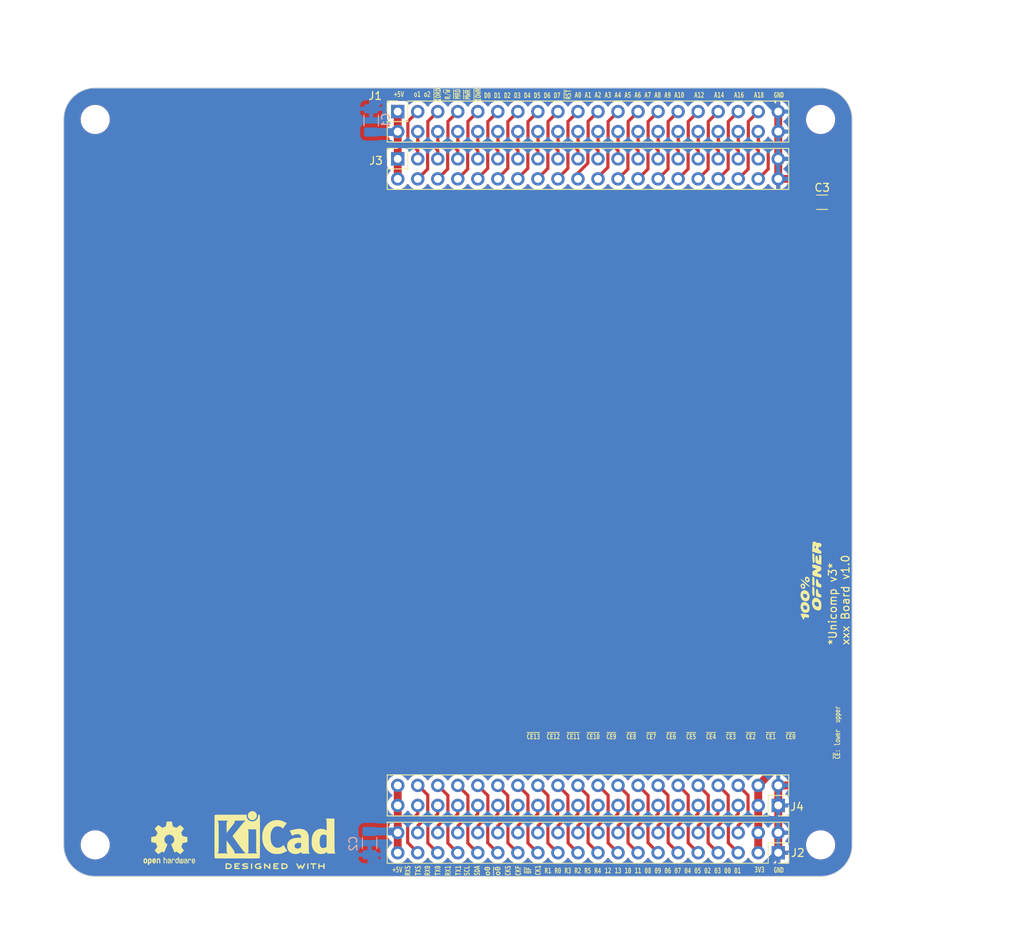
<source format=kicad_pcb>
(kicad_pcb (version 20240108) (generator "pcbnew") (generator_version "8.0")
  (layers (0 "F.Cu" signal) (31 "B.Cu" signal) (34 "B.Paste" user) (35 "F.Paste" user) (36 "B.SilkS" user "B.Silkscreen") (37 "F.SilkS" user "F.Silkscreen") (38 "B.Mask" user) (39 "F.Mask" user) (44 "Edge.Cuts" user))
  (net 0 "")
  (net 1 "/~{RST}")
  (net 2 "GND")
  (net 3 "+5V")
  (net 4 "/A15")
  (net 5 "/A14")
  (net 6 "/A13")
  (net 7 "/A12")
  (net 8 "/A11")
  (net 9 "/A10")
  (net 10 "/A9")
  (net 11 "/A8")
  (net 12 "/A7")
  (net 13 "/A6")
  (net 14 "/A5")
  (net 15 "/A4")
  (net 16 "/A3")
  (net 17 "/A2")
  (net 18 "/A1")
  (net 19 "/A0")
  (net 20 "+3V3")
  (net 21 "/CLKF")
  (net 22 "/CLKS")
  (net 23 "/~{IOWR}")
  (net 24 "/~{MWR}")
  (net 25 "/~{MRD}")
  (net 26 "/R{slash}~{W}_e")
  (net 27 "/~{IORD}")
  (net 28 "/PHI2_e")
  (net 29 "/PHI1_e")
  (net 30 "/~{PH0}")
  (net 31 "/PH0")
  (net 32 "/Bus/~{CE_EXT12}")
  (net 33 "/Bus/~{CE_EXT7}")
  (net 34 "/TX1")
  (net 35 "/RXSTM")
  (net 36 "/RES3")
  (net 37 "/Bus/~{CE_EXT11}")
  (net 38 "/A16")
  (net 39 "/A17")
  (net 40 "/A18")
  (net 41 "/A19")
  (net 42 "/Bus/~{CE_EXT9}")
  (net 43 "/RES5")
  (net 44 "/RX1")
  (net 45 "/RX0")
  (net 46 "/Bus/~{CE_EXT8}")
  (net 47 "/Bus/~{CE_EXT10}")
  (net 48 "/Bus/~{CE_EXT4}")
  (net 49 "/RES1")
  (net 50 "/RES0")
  (net 51 "/RES2")
  (net 52 "/Bus/~{CE_EXT5}")
  (net 53 "/Bus/~{CE_EXT13}")
  (net 54 "/Bus/~{CE_EXT2}")
  (net 55 "/TX0")
  (net 56 "/Bus/~{CE_EXT3}")
  (net 57 "/RES4")
  (net 58 "/Bus/~{CE_EXT0}")
  (net 59 "/CLK1")
  (net 60 "/SCL")
  (net 61 "/~{BUSFREE}")
  (net 62 "/Bus/~{CE_EXT1}")
  (net 63 "/Bus/~{CE_EXT6}")
  (net 64 "/SDA")
  (net 65 "+5VA")
  (net 66 "/TXSTM")
  (net 67 "/Bus/DB7")
  (net 68 "/Bus/DB0")
  (net 69 "/Bus/DB2")
  (net 70 "/Bus/DB6")
  (net 71 "/Bus/DB3")
  (net 72 "/Bus/DB1")
  (net 73 "/Bus/DB5")
  (net 74 "/Bus/DB4")
  (footprint "Connector_PinSocket_2.54mm:PinSocket_2x20_P2.54mm_Vertical" (layer "F.Cu") (at 92.367 53 90)
    (property "Reference" "J1")
    (property "Value" "BUS" (hide yes))
  )
  (footprint "Capacitor_SMD:C_1206_3216Metric" (layer "F.Cu") (at 146.2 64.5)
    (property "Reference" "C3")
    (property "Value" "100n")
  )
  (footprint "Connector_PinSocket_2.54mm:PinSocket_2x20_P2.54mm_Vertical" (layer "F.Cu") (at 140.627 141 -90)
    (property "Reference" "J4")
    (property "Value" "Spare" (hide yes))
  )
  (footprint "Symbol:KiCad-Logo2_6mm_SilkScreen" (layer "F.Cu") (at 76.792514 144.704848)
    (property "Reference" "H5" (hide yes))
    (property "Value" "Logo kicad" (hide yes))
  )
  (footprint "Symbol:OSHW-Logo2_7.3x6mm_SilkScreen" (layer "F.Cu") (at 63.4 145.8)
    (property "Reference" "H6" (hide yes))
    (property "Value" "Logo Open Source Hardware" (hide yes))
  )
  (footprint "Connector_PinSocket_2.54mm:PinSocket_2x20_P2.54mm_Vertical" (layer "F.Cu") (at 140.627 147 -90)
    (property "Reference" "J2")
    (property "Value" "BUS" (hide yes))
  )
  (footprint "MountingHole:MountingHole_3.2mm_M3" (layer "F.Cu") (at 146 54)
    (property "Reference" "H3" (hide yes))
    (property "Value" "M3" (hide yes))
  )
  (footprint "Connector_PinSocket_2.54mm:PinSocket_2x20_P2.54mm_Vertical" (layer "F.Cu") (at 92.367 59 90)
    (property "Reference" "J3")
    (property "Value" "Spare" (hide yes))
  )
  (footprint "my_own:Logo_100ProzentOffner_10x2.7mm" (layer "F.Cu") (at 144.78 112.522 90)
    (property "Reference" "G***" (hide yes))
    (property "Value" "LOGO" (hide yes))
  )
  (footprint "MountingHole:MountingHole_3.2mm_M3" (layer "F.Cu") (at 54 54)
    (property "Reference" "H1" (hide yes))
    (property "Value" "M3" (hide yes))
  )
  (footprint "MountingHole:MountingHole_3.2mm_M3" (layer "F.Cu") (at 54 146)
    (property "Reference" "H2" (hide yes))
    (property "Value" "M3" (hide yes))
  )
  (footprint "MountingHole:MountingHole_3.2mm_M3" (layer "F.Cu") (at 146 146)
    (property "Reference" "H4" (hide yes))
    (property "Value" "M3" (hide yes))
  )
  (footprint "Capacitor_SMD:C_1206_3216Metric" (layer "B.Cu") (at 88.8 145.775 -90)
    (property "Reference" "C2")
    (property "Value" "100n")
  )
  (footprint "Capacitor_SMD:C_1206_3216Metric" (layer "B.Cu") (at 89 54.125 90)
    (property "Reference" "C1")
    (property "Value" "100n" (hide yes))
  )
  (gr_line (start 50 54) (end 50 146) (stroke (width 0.1)) (layer "Edge.Cuts"))
  (gr_arc (start 50 54) (mid 51.171571 51.17157) (end 54 50) (stroke (width 0.1)) (layer "Edge.Cuts"))
  (gr_arc (start 146 50) (mid 148.828425 51.171573) (end 150 54) (stroke (width 0.1)) (layer "Edge.Cuts"))
  (gr_arc (start 150 146) (mid 148.828425 148.828424) (end 146 149.999995) (stroke (width 0.1)) (layer "Edge.Cuts"))
  (gr_line (start 150 146) (end 150 54) (stroke (width 0.1)) (layer "Edge.Cuts"))
  (gr_line (start 146 50) (end 54 50) (stroke (width 0.1)) (layer "Edge.Cuts"))
  (gr_arc (start 54 150) (mid 51.171571 148.828427) (end 50 146) (stroke (width 0.1)) (layer "Edge.Cuts"))
  (gr_line (start 146 150) (end 54 150) (stroke (width 0.1)) (layer "Edge.Cuts"))
  (gr_text "TXS" (at 95.4 149.9 90) (layer "F.SilkS") (effects (font (size 0.7 0.5) (thickness 0.1) (bold yes)) (justify left bottom)))
  (gr_text "CKF" (at 108.1 149.9 90) (layer "F.SilkS") (effects (font (size 0.7 0.5) (thickness 0.1) (bold yes)) (justify left bottom)))
  (gr_text "~{CE}: lower  upper  " (at 148.59 135.128 90) (layer "F.SilkS") (effects (font (size 0.7 0.5) (thickness 0.1) (bold yes)) (justify left bottom)))
  (gr_text "+5V   o1 o2" (at 91.8972 51.2572 0) (layer "F.SilkS") (effects (font (size 0.7 0.5) (thickness 0.1) (bold yes)) (justify left bottom)))
  (gr_text "TX0" (at 97.9 149.9 90) (layer "F.SilkS") (effects (font (size 0.7 0.5) (thickness 0.1) (bold yes)) (justify left bottom)))
  (gr_text "SCL" (at 101.6 149.9 90) (layer "F.SilkS") (effects (font (size 0.7 0.5) (thickness 0.1) (bold yes)) (justify left bottom)))
  (gr_text "3V3" (at 137.6172 149.606 0) (layer "F.SilkS") (effects (font (size 0.7 0.5) (thickness 0.1) (bold yes)) (justify left bottom)))
  (gr_text "R/~{W}" (at 99.1616 51.4604 90) (layer "F.SilkS") (effects (font (size 0.7 0.5) (thickness 0.1) (bold yes)) (justify left bottom)))
  (gr_text "~{BF}" (at 109.41174 149.658466 90) (layer "F.SilkS") (effects (font (size 0.7 0.5) (thickness 0.1) (bold yes)) (justify left bottom)))
  (gr_text "~{RST}" (at 114.4524 51.4604 90) (layer "F.SilkS") (effects (font (size 0.7 0.5) (thickness 0.1) (bold yes)) (justify left bottom)))
  (gr_text "~{o0}" (at 105.5 149.9 90) (layer "F.SilkS") (effects (font (size 0.7 0.7) (thickness 0.1) (bold yes)) (justify left bottom)))
  (gr_text "~{IOWR}" (at 103.0224 51.7144 90) (layer "F.SilkS") (effects (font (size 0.7 0.5) (thickness 0.1) (bold yes)) (justify left bottom)))
  (gr_text "~{CE13}  ~{CE12}  ~{CE11}  ~{CE10}  ~{CE9}   ~{CE8}   ~{CE7}   ~{CE6}   ~{CE5}   ~{CE4}   ~{CE3}   ~{CE2}   ~{CE1}   ~{CE0}" (at 108.725 132.725 0) (layer "F.SilkS") (effects (font (size 0.7 0.5) (thickness 0.1) (bold yes)) (justify left bottom)))
  (gr_text "D0 D1 D2 D3 D4 D5 D6 D7" (at 103.3272 51.4096 0) (layer "F.SilkS") (effects (font (size 0.7 0.5) (thickness 0.1) (bold yes)) (justify left bottom)))
  (gr_text "*Unicomp v3*\nxxx Board v1.0" (at 148.3416 120.753995 90) (layer "F.SilkS") (effects (font (size 1 1)) (justify left)))
  (gr_text "RXS" (at 94.1 149.9 90) (layer "F.SilkS") (effects (font (size 0.7 0.5) (thickness 0.1) (bold yes)) (justify left bottom)))
  (gr_text "+5V" (at 91.694 149.606 0) (layer "F.SilkS") (effects (font (size 0.7 0.5) (thickness 0.1) (bold yes)) (justify left bottom)))
  (gr_text "SDA" (at 102.9 149.9 90) (layer "F.SilkS") (effects (font (size 0.7 0.5) (thickness 0.1) (bold yes)) (justify left bottom)))
  (gr_text "RX0" (at 96.6 149.9 90) (layer "F.SilkS") (effects (font (size 0.7 0.5) (thickness 0.1) (bold yes)) (justify left bottom)))
  (gr_text "~{MRD}\n" (at 100.4316 51.4096 90) (layer "F.SilkS") (effects (font (size 0.7 0.5) (thickness 0.1) (bold yes)) (justify left bottom)))
  (gr_text "RX1" (at 99.2 149.9 90) (layer "F.SilkS") (effects (font (size 0.7 0.5) (thickness 0.1) (bold yes)) (justify left bottom)))
  (gr_text "R1 R0 R3 R2 R5 R4" (at 110.998 149.733 0) (layer "F.SilkS") (effects (font (size 0.7 0.5) (thickness 0.1) (bold yes)) (justify left bottom)))
  (gr_text "o0" (at 104.2 149.9 90) (layer "F.SilkS") (effects (font (size 0.7 0.7) (thickness 0.1) (bold yes)) (justify left bottom)))
  (gr_text "~{MWR}" (at 101.7016 51.4604 90) (layer "F.SilkS") (effects (font (size 0.7 0.5) (thickness 0.1) (bold yes)) (justify left bottom)))
  (gr_text "~{IORD}" (at 97.9424 51.7144 90) (layer "F.SilkS") (effects (font (size 0.7 0.5) (thickness 0.1) (bold yes)) (justify left bottom)))
  (gr_text "12 13 10 11 08 09 06 07 04 05 02 03 00 01" (at 118.618 149.733 0) (layer "F.SilkS") (effects (font (size 0.7 0.5) (thickness 0.1) (bold yes)) (justify left bottom)))
  (gr_text "CKS" (at 106.8 149.9 90) (layer "F.SilkS") (effects (font (size 0.7 0.5) (thickness 0.1) (bold yes)) (justify left bottom)))
  (gr_text "TX1" (at 100.5 149.9 90) (layer "F.SilkS") (effects (font (size 0.7 0.5) (thickness 0.1) (bold yes)) (justify left bottom)))
  (gr_text "CK1" (at 110.617 149.86 90) (layer "F.SilkS") (effects (font (size 0.7 0.5) (thickness 0.1) (bold yes)) (justify left bottom)))
  (gr_text "A0 A1 A2 A3 A4 A5 A6 A7 A8 A9 A10   A12   A14   A16   A18   GND\n" (at 114.808 51.3588 0) (layer "F.SilkS") (effects (font (size 0.7 0.5) (thickness 0.1) (bold yes)) (justify left bottom)))
  (gr_text "GND" (at 140.0556 149.6568 0) (layer "F.SilkS") (effects (font (size 0.7 0.5) (thickness 0.1) (bold yes)) (justify left bottom)))
  (segment (start 113.95 60.200705) (end 112.7 61.450705) (width 0.4) (layer "F.Cu") (net 1))
  (segment (start 113.95 58.007) (end 113.95 60.200705) (width 0.4) (layer "F.Cu") (net 1))
  (segment (start 112.7 56.757) (end 113.95 58.007) (width 0.4) (layer "F.Cu") (net 1))
  (segment (start 112.7 55.54) (end 112.7 56.757) (width 0.4) (layer "F.Cu") (net 1))
  (segment (start 149.5 64.5) (end 149.5 77.35) (width 1) (layer "F.Cu") (net 2))
  (segment (start 147.65 64.5) (end 149.5 64.5) (width 1) (layer "F.Cu") (net 2))
  (segment (start 147.14 138.46) (end 140.627 138.46) (width 1) (layer "F.Cu") (net 2))
  (segment (start 140.627 53) (end 140.627 61.54) (width 1) (layer "F.Cu") (net 2))
  (segment (start 140.627 138.46) (end 140.627 147) (width 1) (layer "F.Cu") (net 2))
  (segment (start 147.94 61.54) (end 149.5 63.1) (width 1) (layer "F.Cu") (net 2))
  (segment (start 149.5 121.666) (end 149.5 136.1) (width 1) (layer "F.Cu") (net 2))
  (segment (start 140.627 61.54) (end 147.94 61.54) (width 1) (layer "F.Cu") (net 2))
  (segment (start 149.5 63.1) (end 149.5 64.5) (width 1) (layer "F.Cu") (net 2))
  (segment (start 149.5 77.35) (end 149.5 121.666) (width 1) (layer "F.Cu") (net 2))
  (segment (start 149.5 136.1) (end 147.14 138.46) (width 1) (layer "F.Cu") (net 2))
  (segment (start 90.85 50.8) (end 89 52.65) (width 1) (layer "B.Cu") (net 2))
  (segment (start 140.627 147) (end 138.427 149.2) (width 1) (layer "B.Cu") (net 2))
  (segment (start 140.627 53) (end 138.427 50.8) (width 1) (layer "B.Cu") (net 2))
  (segment (start 138.427 149.2) (end 90.75 149.2) (width 1) (layer "B.Cu") (net 2))
  (segment (start 138.427 50.8) (end 90.85 50.8) (width 1) (layer "B.Cu") (net 2))
  (segment (start 90.75 149.2) (end 88.8 147.25) (width 1) (layer "B.Cu") (net 2))
  (segment (start 92.367 53) (end 92.367 61.54) (width 1) (layer "F.Cu") (net 3))
  (segment (start 89 55.6) (end 92.307 55.6) (width 1) (layer "B.Cu") (net 3))
  (segment (start 134.275 60.285) (end 133.025 61.535) (width 0.4) (layer "F.Cu") (net 4))
  (segment (start 133.025 56.752) (end 134.275 58.002) (width 0.4) (layer "F.Cu") (net 4))
  (segment (start 134.275 58.002) (end 134.275 60.285) (width 0.4) (layer "F.Cu") (net 4))
  (segment (start 133.025 55.535) (end 133.025 56.752) (width 0.4) (layer "F.Cu") (net 4))
  (segment (start 131.755 56.657) (end 133.025 57.927) (width 0.4) (layer "F.Cu") (net 5))
  (segment (start 133.025 57.927) (end 133.025 58.995) (width 0.4) (layer "F.Cu") (net 5))
  (segment (start 131.755 54.265) (end 131.755 56.657) (width 0.4) (layer "F.Cu") (net 5))
  (segment (start 133.025 52.995) (end 131.755 54.265) (width 0.4) (layer "F.Cu") (net 5))
  (segment (start 131.732 60.292) (end 130.482 61.542) (width 0.4) (layer "F.Cu") (net 6))
  (segment (start 130.482 55.542) (end 130.482 56.759) (width 0.4) (layer "F.Cu") (net 6))
  (segment (start 131.732 58.009) (end 131.732 60.292) (width 0.4) (layer "F.Cu") (net 6))
  (segment (start 130.482 56.759) (end 131.732 58.009) (width 0.4) (layer "F.Cu") (net 6))
  (segment (start 130.482 53.002) (end 129.215 54.269) (width 0.4) (layer "F.Cu") (net 7))
  (segment (start 129.215 54.269) (end 129.215 56.667) (width 0.4) (layer "F.Cu") (net 7))
  (segment (start 129.215 56.667) (end 130.482 57.934) (width 0.4) (layer "F.Cu") (net 7))
  (segment (start 130.482 57.934) (end 130.482 59.002) (width 0.4) (layer "F.Cu") (net 7))
  (segment (start 127.945 56.745) (end 129.195 57.995) (width 0.4) (layer "F.Cu") (net 8))
  (segment (start 127.945 55.528) (end 127.945 56.745) (width 0.4) (layer "F.Cu") (net 8))
  (segment (start 129.195 57.995) (end 129.195 60.278) (width 0.4) (layer "F.Cu") (net 8))
  (segment (start 129.195 60.278) (end 127.945 61.528) (width 0.4) (layer "F.Cu") (net 8))
  (segment (start 127.945 57.92) (end 127.945 58.988) (width 0.4) (layer "F.Cu") (net 9))
  (segment (start 127.945 52.988) (end 126.665 54.268) (width 0.4) (layer "F.Cu") (net 9))
  (segment (start 126.665 56.64) (end 127.945 57.92) (width 0.4) (layer "F.Cu") (net 9))
  (segment (start 126.665 54.268) (end 126.665 56.64) (width 0.4) (layer "F.Cu") (net 9))
  (segment (start 126.652 60.285) (end 125.402 61.535) (width 0.4) (layer "F.Cu") (net 10))
  (segment (start 126.652 58.002) (end 126.652 60.285) (width 0.4) (layer "F.Cu") (net 10))
  (segment (start 125.402 55.535) (end 125.402 56.752) (width 0.4) (layer "F.Cu") (net 10))
  (segment (start 125.402 56.752) (end 126.652 58.002) (width 0.4) (layer "F.Cu") (net 10))
  (segment (start 124.125 56.65) (end 125.402 57.927) (width 0.4) (layer "F.Cu") (net 11))
  (segment (start 125.402 52.995) (end 124.125 54.272) (width 0.4) (layer "F.Cu") (net 11))
  (segment (start 125.402 57.927) (end 125.402 58.995) (width 0.4) (layer "F.Cu") (net 11))
  (segment (start 124.125 54.272) (end 124.125 56.65) (width 0.4) (layer "F.Cu") (net 11))
  (segment (start 124.105 58.002) (end 124.105 60.285) (width 0.4) (layer "F.Cu") (net 12))
  (segment (start 122.855 56.752) (end 124.105 58.002) (width 0.4) (layer "F.Cu") (net 12))
  (segment (start 124.105 60.285) (end 122.855 61.535) (width 0.4) (layer "F.Cu") (net 12))
  (segment (start 122.855 55.535) (end 122.855 56.752) (width 0.4) (layer "F.Cu") (net 12))
  (segment (start 122.855 57.927) (end 122.855 58.995) (width 0.4) (layer "F.Cu") (net 13))
  (segment (start 121.595 56.667) (end 122.855 57.927) (width 0.4) (layer "F.Cu") (net 13))
  (segment (start 122.855 52.995) (end 121.595 54.255) (width 0.4) (layer "F.Cu") (net 13))
  (segment (start 121.595 54.255) (end 121.595 56.667) (width 0.4) (layer "F.Cu") (net 13))
  (segment (start 121.562 60.292) (end 120.312 61.542) (width 0.4) (layer "F.Cu") (net 14))
  (segment (start 121.562 58.009) (end 121.562 60.292) (width 0.4) (layer "F.Cu") (net 14))
  (segment (start 120.312 55.542) (end 120.312 56.759) (width 0.4) (layer "F.Cu") (net 14))
  (segment (start 120.312 56.759) (end 121.562 58.009) (width 0.4) (layer "F.Cu") (net 14))
  (segment (start 119.05 56.672) (end 120.312 57.934) (width 0.4) (layer "F.Cu") (net 15))
  (segment (start 120.312 53.002) (end 119.05 54.264) (width 0.4) (layer "F.Cu") (net 15))
  (segment (start 120.312 57.934) (end 120.312 59.002) (width 0.4) (layer "F.Cu") (net 15))
  (segment (start 119.05 54.264) (end 119.05 56.672) (width 0.4) (layer "F.Cu") (net 15))
  (segment (start 117.775 56.745) (end 119.025 57.995) (width 0.4) (layer "F.Cu") (net 16))
  (segment (start 117.775 55.528) (end 117.775 56.745) (width 0.4) (layer "F.Cu") (net 16))
  (segment (start 119.025 60.064538) (end 117.775 61.314538) (width 0.4) (layer "F.Cu") (net 16))
  (segment (start 119.025 57.995) (end 119.025 60.064538) (width 0.4) (layer "F.Cu") (net 16))
  (segment (start 116.515 54.248) (end 116.515 56.66) (width 0.4) (layer "F.Cu") (net 17))
  (segment (start 116.515 56.66) (end 117.775 57.92) (width 0.4) (layer "F.Cu") (net 17))
  (segment (start 117.775 52.988) (end 116.515 54.248) (width 0.4) (layer "F.Cu") (net 17))
  (segment (start 117.775 57.92) (end 117.775 58.988) (width 0.4) (layer "F.Cu") (net 17))
  (segment (start 115.232 56.752) (end 116.482 58.002) (width 0.4) (layer "F.Cu") (net 18))
  (segment (start 116.482 58.002) (end 116.482 59.542538) (width 0.4) (layer "F.Cu") (net 18))
  (segment (start 115.232 60.792538) (end 115.232 61.535) (width 0.4) (layer "F.Cu") (net 18))
  (segment (start 115.232 55.535) (end 115.232 56.752) (width 0.4) (layer "F.Cu") (net 18))
  (segment (start 116.482 59.542538) (end 115.232 60.792538) (width 0.4) (layer "F.Cu") (net 18))
  (segment (start 113.96 56.655) (end 115.232 57.927) (width 0.4) (layer "F.Cu") (net 19))
  (segment (start 113.96 54.267) (end 113.96 56.655) (width 0.4) (layer "F.Cu") (net 19))
  (segment (start 115.232 52.995) (end 113.96 54.267) (width 0.4) (layer "F.Cu") (net 19))
  (segment (start 115.232 57.927) (end 115.232 58.995) (width 0.4) (layer "F.Cu") (net 19))
  (segment (start 138.087 138.46) (end 138.087 147) (width 1) (layer "F.Cu") (net 20))
  (segment (start 145.7 136.4) (end 148 134.1) (width 1) (layer "F.Cu") (net 20))
  (segment (start 138.087 138.46) (end 140.147 136.4) (width 1) (layer "F.Cu") (net 20))
  (segment (start 148 134.1) (end 148 67.8) (width 1) (layer "F.Cu") (net 20))
  (segment (start 148 67.8) (end 144.7 64.5) (width 1) (layer "F.Cu") (net 20))
  (segment (start 140.147 136.4) (end 145.7 136.4) (width 1) (layer "F.Cu") (net 20))
  (segment (start 106.3424 145.7628) (end 107.5924 147.0128) (width 0.4) (layer "F.Cu") (net 21))
  (segment (start 106.3424 143.3158) (end 106.3424 145.7628) (width 0.4) (layer "F.Cu") (net 21))
  (segment (start 107.5924 141.0128) (end 107.5924 142.0658) (width 0.4) (layer "F.Cu") (net 21))
  (segment (start 107.5924 142.0658) (end 106.3424 143.3158) (width 0.4) (layer "F.Cu") (net 21))
  (segment (start 107.6332 138.4728) (end 108.8832 139.7228) (width 0.4) (layer "F.Cu") (net 22))
  (segment (start 107.6332 143.5658) (end 107.6332 144.4728) (width 0.4) (layer "F.Cu") (net 22))
  (segment (start 108.8832 142.3158) (end 107.6332 143.5658) (width 0.4) (layer "F.Cu") (net 22))
  (segment (start 108.8832 139.7228) (end 108.8832 142.3158) (width 0.4) (layer "F.Cu") (net 22))
  (segment (start 102.53 57.932) (end 102.53 59) (width 0.4) (layer "F.Cu") (net 23))
  (segment (start 102.53 53) (end 101.27 54.26) (width 0.4) (layer "F.Cu") (net 23))
  (segment (start 101.27 56.672) (end 102.53 57.932) (width 0.4) (layer "F.Cu") (net 23))
  (segment (start 101.27 54.26) (end 101.27 56.672) (width 0.4) (layer "F.Cu") (net 23))
  (segment (start 99.987 55.547) (end 99.987 56.764) (width 0.4) (layer "F.Cu") (net 24))
  (segment (start 101.237 58.014) (end 101.237 60.297) (width 0.4) (layer "F.Cu") (net 24))
  (segment (start 101.237 60.297) (end 99.987 61.547) (width 0.4) (layer "F.Cu") (net 24))
  (segment (start 99.987 56.764) (end 101.237 58.014) (width 0.4) (layer "F.Cu") (net 24))
  (segment (start 99.987 57.939) (end 99.987 59.007) (width 0.4) (layer "F.Cu") (net 25))
  (segment (start 99.987 53.007) (end 98.737 54.257) (width 0.4) (layer "F.Cu") (net 25))
  (segment (start 98.737 54.257) (end 98.737 56.689) (width 0.4) (layer "F.Cu") (net 25))
  (segment (start 98.737 56.689) (end 99.987 57.939) (width 0.4) (layer "F.Cu") (net 25))
  (segment (start 97.45 55.533) (end 97.45 56.75) (width 0.4) (layer "F.Cu") (net 26))
  (segment (start 98.7 60.283) (end 97.45 61.533) (width 0.4) (layer "F.Cu") (net 26))
  (segment (start 97.45 56.75) (end 98.7 58) (width 0.4) (layer "F.Cu") (net 26))
  (segment (start 98.7 58) (end 98.7 60.283) (width 0.4) (layer "F.Cu") (net 26))
  (segment (start 96.19 56.665) (end 97.45 57.925) (width 0.4) (layer "F.Cu") (net 27))
  (segment (start 96.19 54.253) (end 96.19 56.665) (width 0.4) (layer "F.Cu") (net 27))
  (segment (start 97.45 57.925) (end 97.45 58.993) (width 0.4) (layer "F.Cu") (net 27))
  (segment (start 97.45 52.993) (end 96.19 54.253) (width 0.4) (layer "F.Cu") (net 27))
  (segment (start 96.157 58.007) (end 96.157 60.29) (width 0.4) (layer "F.Cu") (net 28))
  (segment (start 96.157 60.29) (end 94.907 61.54) (width 0.4) (layer "F.Cu") (net 28))
  (segment (start 94.907 56.757) (end 96.157 58.007) (width 0.4) (layer "F.Cu") (net 28))
  (segment (start 94.907 55.54) (end 94.907 56.757) (width 0.4) (layer "F.Cu") (net 28))
  (segment (start 94.907 57.932) (end 94.907 59) (width 0.4) (layer "F.Cu") (net 29))
  (segment (start 94.907 53) (end 93.657 54.25) (width 0.4) (layer "F.Cu") (net 29))
  (segment (start 93.657 56.682) (end 94.907 57.932) (width 0.4) (layer "F.Cu") (net 29))
  (segment (start 93.657 54.25) (end 93.657 56.682) (width 0.4) (layer "F.Cu") (net 29))
  (segment (start 103.7824 143.3734) (end 103.7824 145.7444) (width 0.4) (layer "F.Cu") (net 30))
  (segment (start 103.7824 145.7444) (end 105.0704 147.0324) (width 0.4) (layer "F.Cu") (net 30))
  (segment (start 105.0704 141.0324) (end 105.0704 142.0854) (width 0.4) (layer "F.Cu") (net 30))
  (segment (start 105.0704 142.0854) (end 103.7824 143.3734) (width 0.4) (layer "F.Cu") (net 30))
  (segment (start 105.0704 143.5854) (end 105.0704 144.4924) (width 0.4) (layer "F.Cu") (net 31))
  (segment (start 106.3204 142.3354) (end 105.0704 143.5854) (width 0.4) (layer "F.Cu") (net 31))
  (segment (start 106.3204 139.7424) (end 106.3204 142.3354) (width 0.4) (layer "F.Cu") (net 31))
  (segment (start 105.0704 138.4924) (end 106.3204 139.7424) (width 0.4) (layer "F.Cu") (net 31))
  (segment (start 120.3406 143.5582) (end 120.3406 144.4652) (width 0.4) (layer "F.Cu") (net 32))
  (segment (start 120.3406 138.4652) (end 121.5906 139.7152) (width 0.4) (layer "F.Cu") (net 32))
  (segment (start 121.5906 142.3082) (end 120.3406 143.5582) (width 0.4) (layer "F.Cu") (net 32))
  (segment (start 121.5906 139.7152) (end 121.5906 142.3082) (width 0.4) (layer "F.Cu") (net 32))
  (segment (start 127.9144 142.0408) (end 126.6644 143.2908) (width 0.4) (layer "F.Cu") (net 33))
  (segment (start 126.6644 143.2908) (end 126.6644 145.7378) (width 0.4) (layer "F.Cu") (net 33))
  (segment (start 126.6644 145.7378) (end 127.9144 146.9878) (width 0.4) (layer "F.Cu") (net 33))
  (segment (start 127.9144 140.9878) (end 127.9144 142.0408) (width 0.4) (layer "F.Cu") (net 33))
  (segment (start 99.9778 141.0302) (end 99.9778 142.0832) (width 0.4) (layer "F.Cu") (net 34))
  (segment (start 98.7278 143.3332) (end 98.7278 145.7802) (width 0.4) (layer "F.Cu") (net 34))
  (segment (start 99.9778 142.0832) (end 98.7278 143.3332) (width 0.4) (layer "F.Cu") (net 34))
  (segment (start 98.7278 145.7802) (end 99.9778 147.0302) (width 0.4) (layer "F.Cu") (net 34))
  (segment (start 96.175 142.3215) (end 94.95 143.5465) (width 0.4) (layer "F.Cu") (net 35))
  (segment (start 94.95 138.4535) (end 96.175 139.6785) (width 0.4) (layer "F.Cu") (net 35))
  (segment (start 94.95 143.5465) (end 94.95 144.4535) (width 0.4) (layer "F.Cu") (net 35))
  (segment (start 96.175 139.6785) (end 96.175 142.3215) (width 0.4) (layer "F.Cu") (net 35))
  (segment (start 116.5 139.76) (end 116.5 142.303) (width 0.4) (layer "F.Cu") (net 36))
  (segment (start 115.225 138.485) (end 116.5 139.76) (width 0.4) (layer "F.Cu") (net 36))
  (segment (start 115.225 143.578) (end 115.225 144.485) (width 0.4) (layer "F.Cu") (net 36))
  (segment (start 116.5 142.303) (end 115.225 143.578) (width 0.4) (layer "F.Cu") (net 36))
  (segment (start 121.5798 143.3142) (end 121.5798 145.7612) (width 0.4) (layer "F.Cu") (net 37))
  (segment (start 122.8298 142.0642) (end 121.5798 143.3142) (width 0.4) (layer "F.Cu") (net 37))
  (segment (start 121.5798 145.7612) (end 122.8298 147.0112) (width 0.4) (layer "F.Cu") (net 37))
  (segment (start 122.8298 141.0112) (end 122.8298 142.0642) (width 0.4) (layer "F.Cu") (net 37))
  (segment (start 134.293 56.665) (end 135.56 57.932) (width 0.4) (layer "F.Cu") (net 38))
  (segment (start 135.56 53) (end 134.293 54.267) (width 0.4) (layer "F.Cu") (net 38))
  (segment (start 134.293 54.267) (end 134.293 56.665) (width 0.4) (layer "F.Cu") (net 38))
  (segment (start 135.56 57.932) (end 135.56 59) (width 0.4) (layer "F.Cu") (net 38))
  (segment (start 136.81 60.29) (end 135.56 61.54) (width 0.4) (layer "F.Cu") (net 39))
  (segment (start 136.81 58.007) (end 136.81 60.29) (width 0.4) (layer "F.Cu") (net 39))
  (segment (start 135.56 55.54) (end 135.56 56.757) (width 0.4) (layer "F.Cu") (net 39))
  (segment (start 135.56 56.757) (end 136.81 58.007) (width 0.4) (layer "F.Cu") (net 39))
  (segment (start 136.833 54.263) (end 136.833 56.655) (width 0.4) (layer "F.Cu") (net 40))
  (segment (start 136.833 56.655) (end 138.103 57.925) (width 0.4) (layer "F.Cu") (net 40))
  (segment (start 138.103 52.993) (end 136.833 54.263) (width 0.4) (layer "F.Cu") (net 40))
  (segment (start 138.103 57.925) (end 138.103 58.993) (width 0.4) (layer "F.Cu") (net 40))
  (segment (start 138.103 56.75) (end 139.353 58) (width 0.4) (layer "F.Cu") (net 41))
  (segment (start 139.353 60.283) (end 138.103 61.533) (width 0.4) (layer "F.Cu") (net 41))
  (segment (start 138.103 55.533) (end 138.103 56.75) (width 0.4) (layer "F.Cu") (net 41))
  (segment (start 139.353 58) (end 139.353 60.283) (width 0.4) (layer "F.Cu") (net 41))
  (segment (start 124.1044 145.7194) (end 125.3924 147.0074) (width 0.4) (layer "F.Cu") (net 42))
  (segment (start 125.3924 141.0074) (end 125.3924 142.0604) (width 0.4) (layer "F.Cu") (net 42))
  (segment (start 124.1044 143.3484) (end 124.1044 145.7194) (width 0.4) (layer "F.Cu") (net 42))
  (segment (start 125.3924 142.0604) (end 124.1044 143.3484) (width 0.4) (layer "F.Cu") (net 42))
  (segment (start 117.8006 138.4552) (end 119.0506 139.7052) (width 0.4) (layer "F.Cu") (net 43))
  (segment (start 119.0506 142.2982) (end 117.8006 143.5482) (width 0.4) (layer "F.Cu") (net 43))
  (segment (start 119.0506 139.7052) (end 119.0506 142.2982) (width 0.4) (layer "F.Cu") (net 43))
  (segment (start 117.8006 143.5482) (end 117.8006 144.4552) (width 0.4) (layer "F.Cu") (net 43))
  (segment (start 101.2686 142.3332) (end 100.0186 143.5832) (width 0.4) (layer "F.Cu") (net 44))
  (segment (start 101.2686 139.7402) (end 101.2686 142.3332) (width 0.4) (layer "F.Cu") (net 44))
  (segment (start 100.0186 138.4902) (end 101.2686 139.7402) (width 0.4) (layer "F.Cu") (net 44))
  (segment (start 100.0186 143.5832) (end 100.0186 144.4902) (width 0.4) (layer "F.Cu") (net 44))
  (segment (start 98.7286 142.3232) (end 97.4786 143.5732) (width 0.4) (layer "F.Cu") (net 45))
  (segment (start 97.4786 143.5732) (end 97.4786 144.4802) (width 0.4) (layer "F.Cu") (net 45))
  (segment (start 97.4786 138.4802) (end 98.7286 139.7302) (width 0.4) (layer "F.Cu") (net 45))
  (segment (start 98.7286 139.7302) (end 98.7286 142.3232) (width 0.4) (layer "F.Cu") (net 45))
  (segment (start 125.3924 138.4674) (end 126.6424 139.7174) (width 0.4) (layer "F.Cu") (net 46))
  (segment (start 126.6424 139.7174) (end 126.6424 142.3104) (width 0.4) (layer "F.Cu") (net 46))
  (segment (start 126.6424 142.3104) (end 125.3924 143.5604) (width 0.4) (layer "F.Cu") (net 46))
  (segment (start 125.3924 143.5604) (end 125.3924 144.4674) (width 0.4) (layer "F.Cu") (net 46))
  (segment (start 124.1206 142.3142) (end 122.8706 143.5642) (width 0.4) (layer "F.Cu") (net 47))
  (segment (start 122.8706 138.4712) (end 124.1206 139.7212) (width 0.4) (layer "F.Cu") (net 47))
  (segment (start 122.8706 143.5642) (end 122.8706 144.4712) (width 0.4) (layer "F.Cu") (net 47))
  (segment (start 124.1206 139.7212) (end 124.1206 142.3142) (width 0.4) (layer "F.Cu") (net 47))
  (segment (start 130.4952 143.5508) (end 130.4952 144.4578) (width 0.4) (layer "F.Cu") (net 48))
  (segment (start 131.7452 139.7078) (end 131.7452 142.3008) (width 0.4) (layer "F.Cu") (net 48))
  (segment (start 131.7452 142.3008) (end 130.4952 143.5508) (width 0.4) (layer "F.Cu") (net 48))
  (segment (start 130.4952 138.4578) (end 131.7452 139.7078) (width 0.4) (layer "F.Cu") (net 48))
  (segment (start 113.9532 142.3318) (end 112.7032 143.5818) (width 0.4) (layer "F.Cu") (net 49))
  (segment (start 112.7032 143.5818) (end 112.7032 144.4888) (width 0.4) (layer "F.Cu") (net 49))
  (segment (start 112.7032 138.4888) (end 113.9532 139.7388) (width 0.4) (layer "F.Cu") (net 49))
  (segment (start 113.9532 139.7388) (end 113.9532 142.3318) (width 0.4) (layer "F.Cu") (net 49))
  (segment (start 112.6624 141.0288) (end 112.6624 142.0818) (width 0.4) (layer "F.Cu") (net 50))
  (segment (start 111.4124 143.3318) (end 111.4124 145.7788) (width 0.4) (layer "F.Cu") (net 50))
  (segment (start 111.4124 145.7788) (end 112.6624 147.0288) (width 0.4) (layer "F.Cu") (net 50))
  (segment (start 112.6624 142.0818) (end 111.4124 143.3318) (width 0.4) (layer "F.Cu") (net 50))
  (segment (start 113.975 143.328) (end 113.975 145.775) (width 0.4) (layer "F.Cu") (net 51))
  (segment (start 113.975 145.775) (end 115.225 147.025) (width 0.4) (layer "F.Cu") (net 51))
  (segment (start 115.225 142.078) (end 113.975 143.328) (width 0.4) (layer "F.Cu") (net 51))
  (segment (start 115.225 141.025) (end 115.225 142.078) (width 0.4) (layer "F.Cu") (net 51))
  (segment (start 129.2044 145.7478) (end 130.4544 146.9978) (width 0.4) (layer "F.Cu") (net 52))
  (segment (start 129.2044 143.3008) (end 129.2044 145.7478) (width 0.4) (layer "F.Cu") (net 52))
  (segment (start 130.4544 140.9978) (end 130.4544 142.0508) (width 0.4) (layer "F.Cu") (net 52))
  (segment (start 130.4544 142.0508) (end 129.2044 143.3008) (width 0.4) (layer "F.Cu") (net 52))
  (segment (start 120.2998 141.0052) (end 120.2998 142.0582) (width 0.4) (layer "F.Cu") (net 53))
  (segment (start 119.0498 145.7552) (end 120.2998 147.0052) (width 0.4) (layer "F.Cu") (net 53))
  (segment (start 119.0498 143.3082) (end 119.0498 145.7552) (width 0.4) (layer "F.Cu") (net 53))
  (segment (start 120.2998 142.0582) (end 119.0498 143.3082) (width 0.4) (layer "F.Cu") (net 53))
  (segment (start 134.2752 139.7138) (end 134.2752 142.3068) (width 0.4) (layer "F.Cu") (net 54))
  (segment (start 133.0252 143.5568) (end 133.0252 144.4638) (width 0.4) (layer "F.Cu") (net 54))
  (segment (start 134.2752 142.3068) (end 133.0252 143.5568) (width 0.4) (layer "F.Cu") (net 54))
  (segment (start 133.0252 138.4638) (end 134.2752 139.7138) (width 0.4) (layer "F.Cu") (net 54))
  (segment (start 97.4378 142.0732) (end 96.1878 143.3232) (width 0.4) (layer "F.Cu") (net 55))
  (segment (start 97.4378 141.0202) (end 97.4378 142.0732) (width 0.4) (layer "F.Cu") (net 55))
  (segment (start 96.1878 143.3232) (end 96.1878 145.7702) (width 0.4) (layer "F.Cu") (net 55))
  (segment (start 96.1878 145.7702) (end 97.4378 147.0202) (width 0.4) (layer "F.Cu") (net 55))
  (segment (start 131.7344 145.7538) (end 132.9844 147.0038) (width 0.4) (layer "F.Cu") (net 56))
  (segment (start 132.9844 141.0038) (end 132.9844 142.0568) (width 0.4) (layer "F.Cu") (net 56))
  (segment (start 131.7344 143.3068) (end 131.7344 145.7538) (width 0.4) (layer "F.Cu") (net 56))
  (segment (start 132.9844 142.0568) (end 131.7344 143.3068) (width 0.4) (layer "F.Cu") (net 56))
  (segment (start 116.5098 143.2982) (end 116.5098 145.7452) (width 0.4) (layer "F.Cu") (net 57))
  (segment (start 116.5098 145.7452) (end 117.7598 146.9952) (width 0.4) (layer "F.Cu") (net 57))
  (segment (start 117.7598 142.0482) (end 116.5098 143.2982) (width 0.4) (layer "F.Cu") (net 57))
  (segment (start 117.7598 140.9952) (end 117.7598 142.0482) (width 0.4) (layer "F.Cu") (net 57))
  (segment (start 135.547 143.553) (end 135.547 144.46) (width 0.4) (layer "F.Cu") (net 58))
  (segment (start 136.797 139.71) (end 136.797 142.303) (width 0.4) (layer "F.Cu") (net 58))
  (segment (start 135.547 138.46) (end 136.797 139.71) (width 0.4) (layer "F.Cu") (net 58))
  (segment (start 136.797 142.303) (end 135.547 143.553) (width 0.4) (layer "F.Cu") (net 58))
  (segment (start 110.1324 142.0758) (end 108.8824 143.3258) (width 0.4) (layer "F.Cu") (net 59))
  (segment (start 108.8824 145.7728) (end 110.1324 147.0228) (width 0.4) (layer "F.Cu") (net 59))
  (segment (start 108.8824 143.3258) (end 108.8824 145.7728) (width 0.4) (layer "F.Cu") (net 59))
  (segment (start 110.1324 141.0228) (end 110.1324 142.0758) (width 0.4) (layer "F.Cu") (net 59))
  (segment (start 103.7986 139.7462) (end 103.7986 142.3392) (width 0.4) (layer "F.Cu") (net 60))
  (segment (start 103.7986 142.3392) (end 102.5486 143.5892) (width 0.4) (layer "F.Cu") (net 60))
  (segment (start 102.5486 138.4962) (end 103.7986 139.7462) (width 0.4) (layer "F.Cu") (net 60))
  (segment (start 102.5486 143.5892) (end 102.5486 144.4962) (width 0.4) (layer "F.Cu") (net 60))
  (segment (start 111.4232 139.7328) (end 111.4232 142.3258) (width 0.4) (layer "F.Cu") (net 61))
  (segment (start 110.1732 143.5758) (end 110.1732 144.4828) (width 0.4) (layer "F.Cu") (net 61))
  (segment (start 110.1732 138.4828) (end 111.4232 139.7328) (width 0.4) (layer "F.Cu") (net 61))
  (segment (start 111.4232 142.3258) (end 110.1732 143.5758) (width 0.4) (layer "F.Cu") (net 61))
  (segment (start 134.297 143.303) (end 134.297 145.75) (width 0.4) (layer "F.Cu") (net 62))
  (segment (start 134.297 145.75) (end 135.547 147) (width 0.4) (layer "F.Cu") (net 62))
  (segment (start 135.547 141) (end 135.547 142.053) (width 0.4) (layer "F.Cu") (net 62))
  (segment (start 135.547 142.053) (end 134.297 143.303) (width 0.4) (layer "F.Cu") (net 62))
  (segment (start 127.9552 143.5408) (end 127.9552 144.4478) (width 0.4) (layer "F.Cu") (net 63))
  (segment (start 129.2052 142.2908) (end 127.9552 143.5408) (width 0.4) (layer "F.Cu") (net 63))
  (segment (start 129.2052 139.6978) (end 129.2052 142.2908) (width 0.4) (layer "F.Cu") (net 63))
  (segment (start 127.9552 138.4478) (end 129.2052 139.6978) (width 0.4) (layer "F.Cu") (net 63))
  (segment (start 102.5078 141.0362) (end 102.5078 142.0892) (width 0.4) (layer "F.Cu") (net 64))
  (segment (start 101.2578 143.3392) (end 101.2578 145.7862) (width 0.4) (layer "F.Cu") (net 64))
  (segment (start 102.5078 142.0892) (end 101.2578 143.3392) (width 0.4) (layer "F.Cu") (net 64))
  (segment (start 101.2578 145.7862) (end 102.5078 147.0362) (width 0.4) (layer "F.Cu") (net 64))
  (segment (start 92.367 138.46) (end 92.367 147) (width 1) (layer "F.Cu") (net 65))
  (segment (start 88.8 144.3) (end 92.207 144.3) (width 1) (layer "B.Cu") (net 65))
  (segment (start 93.625 145.7093) (end 94.9092 146.9935) (width 0.4) (layer "F.Cu") (net 66))
  (segment (start 94.9092 140.9935) (end 94.9092 142.0465) (width 0.4) (layer "F.Cu") (net 66))
  (segment (start 94.9092 142.0465) (end 93.625 143.3307) (width 0.4) (layer "F.Cu") (net 66))
  (segment (start 93.625 143.3307) (end 93.625 145.7093) (width 0.4) (layer "F.Cu") (net 66))
  (segment (start 112.7 57.932) (end 112.7 59) (width 0.4) (layer "F.Cu") (net 67))
  (segment (start 112.7 53) (end 111.43 54.27) (width 0.4) (layer "F.Cu") (net 67))
  (segment (start 111.43 56.662) (end 112.7 57.932) (width 0.4) (layer "F.Cu") (net 67))
  (segment (start 111.43 54.27) (end 111.43 56.662) (width 0.4) (layer "F.Cu") (net 67))
  (segment (start 103.78 58.007) (end 103.78 60.210705) (width 0.4) (layer "F.Cu") (net 68))
  (segment (start 102.53 56.757) (end 103.78 58.007) (width 0.4) (layer "F.Cu") (net 68))
  (segment (start 103.78 60.210705) (end 102.53 61.460705) (width 0.4) (layer "F.Cu") (net 68))
  (segment (start 102.53 55.54) (end 102.53 56.757) (width 0.4) (layer "F.Cu") (net 68))
  (segment (start 105.077 56.757) (end 106.327 58.007) (width 0.4) (layer "F.Cu") (net 69))
  (segment (start 106.327 58.007) (end 106.327 60.203705) (width 0.4) (layer "F.Cu") (net 69))
  (segment (start 106.327 60.203705) (end 105.077 61.453705) (width 0.4) (layer "F.Cu") (net 69))
  (segment (start 105.077 55.54) (end 105.077 56.757) (width 0.4) (layer "F.Cu") (net 69))
  (segment (start 111.407 60.203705) (end 110.157 61.453705) (width 0.4) (layer "F.Cu") (net 70))
  (segment (start 110.157 56.764) (end 111.407 58.014) (width 0.4) (layer "F.Cu") (net 70))
  (segment (start 111.407 58.014) (end 111.407 60.203705) (width 0.4) (layer "F.Cu") (net 70))
  (segment (start 110.157 55.547) (end 110.157 56.764) (width 0.4) (layer "F.Cu") (net 70))
  (segment (start 107.62 57.925) (end 107.62 58.993) (width 0.4) (layer "F.Cu") (net 71))
  (segment (start 106.34 56.645) (end 107.62 57.925) (width 0.4) (layer "F.Cu") (net 71))
  (segment (start 106.34 54.273) (end 106.34 56.645) (width 0.4) (layer "F.Cu") (net 71))
  (segment (start 107.62 52.993) (end 106.34 54.273) (width 0.4) (layer "F.Cu") (net 71))
  (segment (start 105.077 57.932) (end 105.077 59) (width 0.4) (layer "F.Cu") (net 72))
  (segment (start 105.077 53) (end 103.8 54.277) (width 0.4) (layer "F.Cu") (net 72))
  (segment (start 103.8 56.655) (end 105.077 57.932) (width 0.4) (layer "F.Cu") (net 72))
  (segment (start 103.8 54.277) (end 103.8 56.655) (width 0.4) (layer "F.Cu") (net 72))
  (segment (start 110.157 57.939) (end 110.157 59.007) (width 0.4) (layer "F.Cu") (net 73))
  (segment (start 108.89 54.274) (end 108.89 56.672) (width 0.4) (layer "F.Cu") (net 73))
  (segment (start 110.157 53.007) (end 108.89 54.274) (width 0.4) (layer "F.Cu") (net 73))
  (segment (start 108.89 56.672) (end 110.157 57.939) (width 0.4) (layer "F.Cu") (net 73))
  (segment (start 107.62 55.533) (end 107.62 56.75) (width 0.4) (layer "F.Cu") (net 74))
  (segment (start 108.87 60.200705) (end 107.62 61.450705) (width 0.4) (layer "F.Cu") (net 74))
  (segment (start 107.62 56.75) (end 108.87 58) (width 0.4) (layer "F.Cu") (net 74))
  (segment (start 108.87 58) (end 108.87 60.200705) (width 0.4) (layer "F.Cu") (net 74))
  (zone (net 2) (net_name "GND") (layers "F&B.Cu") (connect_pads (clearance 0.508)) (min_thickness 0.254) (fill yes (thermal_gap 0.508) (thermal_bridge_width 0.508))
    (polygon (pts (xy 151.034 151.846995) (xy 48.545 151.846995) (xy 48.545 47.198995) (xy 151.034 47.198995)))
  )
)
</source>
